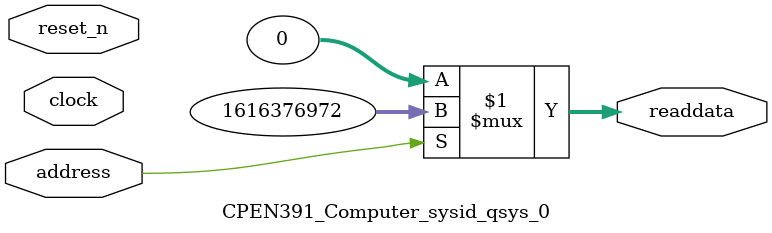
<source format=v>



// synthesis translate_off
`timescale 1ns / 1ps
// synthesis translate_on

// turn off superfluous verilog processor warnings 
// altera message_level Level1 
// altera message_off 10034 10035 10036 10037 10230 10240 10030 

module CPEN391_Computer_sysid_qsys_0 (
               // inputs:
                address,
                clock,
                reset_n,

               // outputs:
                readdata
             )
;

  output  [ 31: 0] readdata;
  input            address;
  input            clock;
  input            reset_n;

  wire    [ 31: 0] readdata;
  //control_slave, which is an e_avalon_slave
  assign readdata = address ? 1616376972 : 0;

endmodule



</source>
